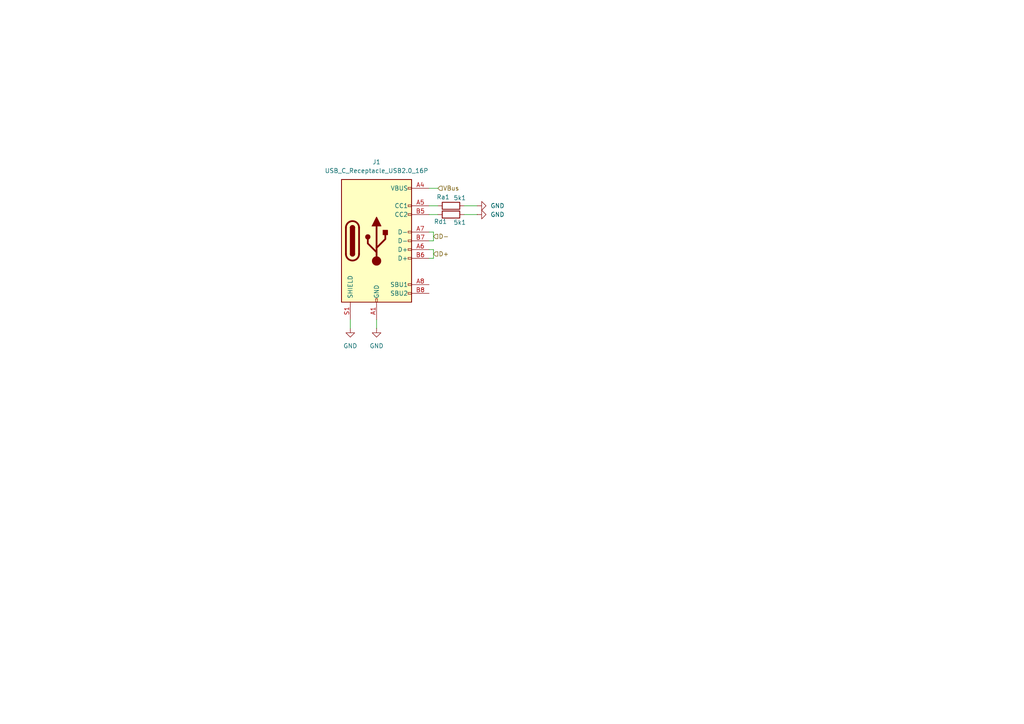
<source format=kicad_sch>
(kicad_sch (version 20250114) (generator "eeschema") (generator_version "9.0")
  (paper "A4")
  (lib_symbols
    (symbol "Connector:USB_C_Receptacle_USB2.0_16P" (pin_names (offset 1.016))
      (property "Reference" "J" (at 0 22.225 0))
      (property "Value" "USB_C_Receptacle_USB2.0_16P" (at 0 19.685 0))
      (symbol "USB_C_Receptacle_USB2.0_16P_0_0"
        (rectangle (start -0.254 -17.78) (end 0.254 -16.764))
        (rectangle (start 10.16 15.494) (end 9.144 14.986))
        (rectangle (start 10.16 10.414) (end 9.144 9.906))
        (rectangle (start 10.16 7.874) (end 9.144 7.366))
        (rectangle (start 10.16 2.794) (end 9.144 2.286))
        (rectangle (start 10.16 0.254) (end 9.144 -0.254))
        (rectangle (start 10.16 -2.286) (end 9.144 -2.794))
        (rectangle (start 10.16 -4.826) (end 9.144 -5.334))
        (rectangle (start 10.16 -12.446) (end 9.144 -12.954))
        (rectangle (start 10.16 -14.986) (end 9.144 -15.494))
      )
      (symbol "USB_C_Receptacle_USB2.0_16P_0_1"
        (rectangle (start -10.16 17.78) (end 10.16 -17.78) (stroke (width 0.254)) (fill (type background)))
        (polyline (pts (xy -8.89 -3.81) (xy -8.89 3.81)) (stroke (width 0.508)))
        (rectangle (start -7.62 -3.81) (end -6.35 3.81) (stroke (width 0.254)) (fill (type outline)))
        (arc (start -7.62 3.81) (mid -6.985 4.4423) (end -6.35 3.81) (stroke (width 0.254)))
        (arc (start -7.62 3.81) (mid -6.985 4.4423) (end -6.35 3.81) (stroke (width 0.254)) (fill (type outline)))
        (arc (start -8.89 3.81) (mid -6.985 5.7067) (end -5.08 3.81) (stroke (width 0.508)))
        (arc (start -5.08 -3.81) (mid -6.985 -5.7067) (end -8.89 -3.81) (stroke (width 0.508)))
        (arc (start -6.35 -3.81) (mid -6.985 -4.4423) (end -7.62 -3.81) (stroke (width 0.254)))
        (arc (start -6.35 -3.81) (mid -6.985 -4.4423) (end -7.62 -3.81) (stroke (width 0.254)) (fill (type outline)))
        (polyline (pts (xy -5.08 3.81) (xy -5.08 -3.81)) (stroke (width 0.508)))
        (circle (center -2.54 1.143) (radius 0.635) (stroke (width 0.254)) (fill (type outline)))
        (polyline (pts (xy -1.27 4.318) (xy 0 6.858) (xy 1.27 4.318) (xy -1.27 4.318)) (stroke (width 0.254)) (fill (type outline)))
        (polyline (pts (xy 0 -2.032) (xy 2.54 0.508) (xy 2.54 1.778)) (stroke (width 0.508)))
        (polyline (pts (xy 0 -3.302) (xy -2.54 -0.762) (xy -2.54 0.508)) (stroke (width 0.508)))
        (polyline (pts (xy 0 -5.842) (xy 0 4.318)) (stroke (width 0.508)))
        (circle (center 0 -5.842) (radius 1.27) (fill (type outline)))
        (rectangle (start 1.905 1.778) (end 3.175 3.048) (stroke (width 0.254)) (fill (type outline)))
      )
      (symbol "USB_C_Receptacle_USB2.0_16P_1_1"
        (pin passive line (at -7.62 -22.86 90) (length 5.08) (name "SHIELD") (number "S1"))
        (pin passive line (at 0 -22.86 90) (length 5.08) (name "GND") (number "A1"))
        (pin passive line (at 0 -22.86 90) (length 5.08) (hide yes) (name "GND") (number "A12"))
        (pin passive line (at 0 -22.86 90) (length 5.08) (hide yes) (name "GND") (number "B1"))
        (pin passive line (at 0 -22.86 90) (length 5.08) (hide yes) (name "GND") (number "B12"))
        (pin passive line (at 15.24 15.24 180) (length 5.08) (name "VBUS") (number "A4"))
        (pin passive line (at 15.24 15.24 180) (length 5.08) (hide yes) (name "VBUS") (number "A9"))
        (pin passive line (at 15.24 15.24 180) (length 5.08) (hide yes) (name "VBUS") (number "B4"))
        (pin passive line (at 15.24 15.24 180) (length 5.08) (hide yes) (name "VBUS") (number "B9"))
        (pin bidirectional line (at 15.24 10.16 180) (length 5.08) (name "CC1") (number "A5"))
        (pin bidirectional line (at 15.24 7.62 180) (length 5.08) (name "CC2") (number "B5"))
        (pin bidirectional line (at 15.24 2.54 180) (length 5.08) (name "D-") (number "A7"))
        (pin bidirectional line (at 15.24 0 180) (length 5.08) (name "D-") (number "B7"))
        (pin bidirectional line (at 15.24 -2.54 180) (length 5.08) (name "D+") (number "A6"))
        (pin bidirectional line (at 15.24 -5.08 180) (length 5.08) (name "D+") (number "B6"))
        (pin bidirectional line (at 15.24 -12.7 180) (length 5.08) (name "SBU1") (number "A8"))
        (pin bidirectional line (at 15.24 -15.24 180) (length 5.08) (name "SBU2") (number "B8"))
      )
    )
    (symbol "Device:R" (pin_numbers (hide yes)) (pin_names (offset 0))
      (property "Reference" "R" (at 2.032 0 90))
      (property "Value" "R" (at 0 0 90))
      (symbol "R_0_1"
        (rectangle (start -1.016 -2.54) (end 1.016 2.54) (stroke (width 0.254)))
      )
      (symbol "R_1_1"
        (pin passive line (at 0 3.81 270) (length 1.27) (name "~") (number "1"))
        (pin passive line (at 0 -3.81 90) (length 1.27) (name "~") (number "2"))
      )
    )
    (symbol "power:GND" (power) (pin_numbers (hide yes)) (pin_names (offset 0) (hide yes))
      (property "Value" "GND" (at 0 -3.81 0))
      (symbol "GND_0_1"
        (polyline (pts (xy 0 0) (xy 0 -1.27) (xy 1.27 -1.27) (xy 0 -2.54) (xy -1.27 -1.27) (xy 0 -1.27)))
      )
      (symbol "GND_1_1"
        (pin power_in line (at 0 0 270) (length 0) (name "~") (number "1"))
      )
    )
  )
  (wire (pts (xy 124.46 62.23) (xy 127 62.23)))
  (wire (pts (xy 124.46 74.93) (xy 125.73 74.93)))
  (wire (pts (xy 124.46 67.31) (xy 125.73 67.31)))
  (wire (pts (xy 134.62 59.69) (xy 138.43 59.69)))
  (wire (pts (xy 125.73 67.31) (xy 125.73 69.85)))
  (wire (pts (xy 124.46 72.39) (xy 125.73 72.39)))
  (wire (pts (xy 125.73 69.85) (xy 124.46 69.85)))
  (wire (pts (xy 124.46 59.69) (xy 127 59.69)))
  (wire (pts (xy 134.62 62.23) (xy 138.43 62.23)))
  (wire (pts (xy 109.22 92.71) (xy 109.22 95.25)))
  (wire (pts (xy 101.6 92.71) (xy 101.6 95.25)))
  (wire (pts (xy 125.73 72.39) (xy 125.73 74.93)))
  (wire (pts (xy 124.46 54.61) (xy 127 54.61)))
  (hierarchical_label "D-" (shape input) (at 125.73 68.58 0))
  (hierarchical_label "VBus" (shape input) (at 127 54.61 0))
  (hierarchical_label "D+" (shape input) (at 125.73 73.66 0))
  (symbol (lib_id "Device:R") (at 130.81 62.23 90) (unit 1)
    (property "Reference" "Rd1" (at 127.762 64.262 90))
    (property "Value" "5k1" (at 133.35 64.516 90))
    (property "Footprint" "Resistor_SMD:R_0603_1608Metric" (effects (hide yes)))
    (property "Description" "Resistor" (effects (hide yes)))
  )
  (symbol (lib_id "power:GND") (at 138.43 62.23 90) (unit 1)
    (property "Reference" "#PWR016" (effects (hide yes)))
    (property "Value" "GND" (at 142.24 62.2299 90) (effects (justify right)))
    (property "Description" "Power symbol creates a global label with name \"GND\" , ground" (effects (hide yes)))
  )
  (symbol (lib_id "power:GND") (at 101.6 95.25 0) (unit 1)
    (property "Reference" "#PWR020" (effects (hide yes)))
    (property "Value" "GND" (at 101.6 100.33 0))
    (property "Description" "Power symbol creates a global label with name \"GND\" , ground" (effects (hide yes)))
  )
  (symbol (lib_id "Device:R") (at 130.81 59.69 90) (unit 1)
    (property "Reference" "Ra1" (at 128.524 57.15 90))
    (property "Value" "5k1" (at 133.35 57.404 90))
    (property "Footprint" "Resistor_SMD:R_0603_1608Metric" (effects (hide yes)))
    (property "Description" "Resistor" (effects (hide yes)))
  )
  (symbol (lib_id "power:GND") (at 138.43 59.69 90) (unit 1)
    (property "Reference" "#PWR017" (effects (hide yes)))
    (property "Value" "GND" (at 142.24 59.6899 90) (effects (justify right)))
    (property "Description" "Power symbol creates a global label with name \"GND\" , ground" (effects (hide yes)))
  )
  (symbol (lib_id "Connector:USB_C_Receptacle_USB2.0_16P") (at 109.22 69.85 0) (unit 1)
    (property "Reference" "J1" (at 109.22 46.99 0))
    (property "Value" "USB_C_Receptacle_USB2.0_16P" (at 109.22 49.53 0))
    (property "Footprint" "Connector_USB:USB_C_Receptacle_GCT_USB4085" (effects (hide yes)))
    (property "Datasheet" "https://www.usb.org/sites/default/files/documents/usb_type-c.zip" (effects (hide yes)))
    (property "Description" "USB 2.0-only 16P Type-C Receptacle connector" (effects (hide yes)))
  )
  (symbol (lib_id "power:GND") (at 109.22 95.25 0) (unit 1)
    (property "Reference" "#PWR015" (effects (hide yes)))
    (property "Value" "GND" (at 109.22 100.33 0))
    (property "Description" "Power symbol creates a global label with name \"GND\" , ground" (effects (hide yes)))
  )
)
</source>
